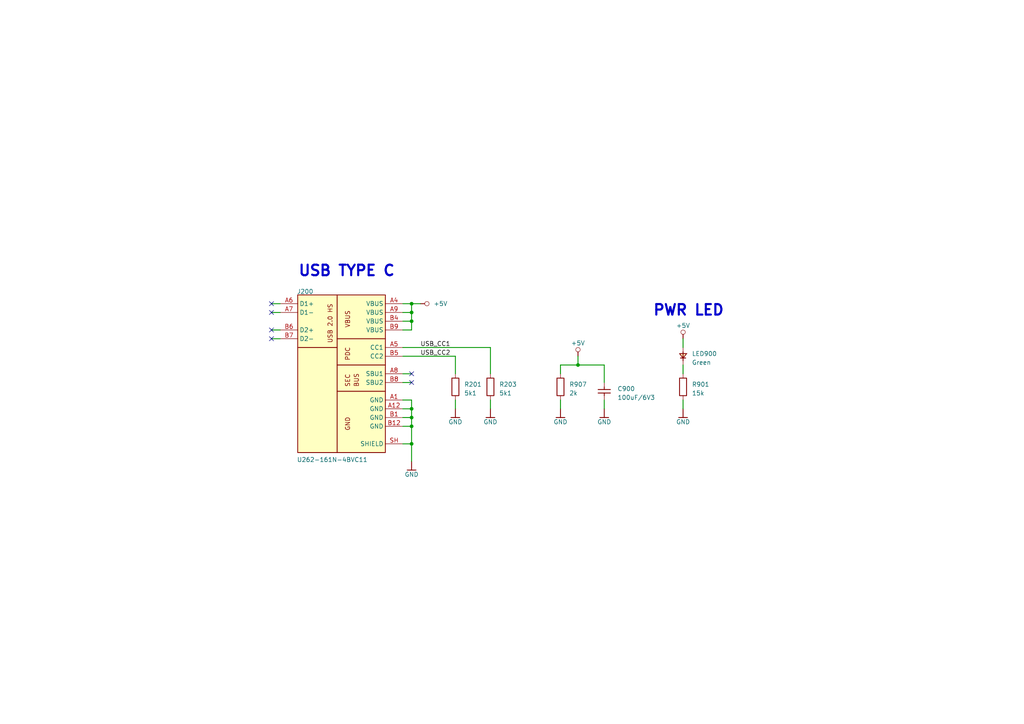
<source format=kicad_sch>
(kicad_sch (version 20211123) (generator eeschema)

  (uuid 20a43104-38cb-4a67-8590-5917234169dc)

  (paper "A4")

  (title_block
    (title "+5V power supply")
  )

  (lib_symbols
    (symbol "PineBerry_V1.0-altium-import:+5V" (power) (in_bom yes) (on_board yes)
      (property "Reference" "#PWR" (id 0) (at 0 0 0)
        (effects (font (size 1.27 1.27)))
      )
      (property "Value" "+5V" (id 1) (at 0 3.81 0)
        (effects (font (size 1.27 1.27)))
      )
      (property "Footprint" "" (id 2) (at 0 0 0)
        (effects (font (size 1.27 1.27)) hide)
      )
      (property "Datasheet" "" (id 3) (at 0 0 0)
        (effects (font (size 1.27 1.27)) hide)
      )
      (property "ki_keywords" "power-flag" (id 4) (at 0 0 0)
        (effects (font (size 1.27 1.27)) hide)
      )
      (property "ki_description" "Power symbol creates a global label with name '+5V'" (id 5) (at 0 0 0)
        (effects (font (size 1.27 1.27)) hide)
      )
      (symbol "+5V_0_0"
        (circle (center 0 -1.905) (radius 0.635)
          (stroke (width 0.127) (type default) (color 0 0 0 0))
          (fill (type none))
        )
        (polyline
          (pts
            (xy 0 0)
            (xy 0 -1.27)
          )
          (stroke (width 0.254) (type default) (color 0 0 0 0))
          (fill (type none))
        )
        (pin power_in line (at 0 0 0) (length 0) hide
          (name "+5V" (effects (font (size 1.27 1.27))))
          (number "" (effects (font (size 1.27 1.27))))
        )
      )
    )
    (symbol "PineBerry_V1.0-altium-import:0_CON_USB_TYPE_C_16P" (in_bom yes) (on_board yes)
      (property "Reference" "" (id 0) (at 0 0 0)
        (effects (font (size 1.27 1.27)))
      )
      (property "Value" "0_CON_USB_TYPE_C_16P" (id 1) (at 0 0 0)
        (effects (font (size 1.27 1.27)))
      )
      (property "Footprint" "" (id 2) (at 0 0 0)
        (effects (font (size 1.27 1.27)) hide)
      )
      (property "Datasheet" "" (id 3) (at 0 0 0)
        (effects (font (size 1.27 1.27)) hide)
      )
      (property "ki_description" "Connector; USB 3.1 Type C; Receptacle; 24-pin; USB 2.0 Only;" (id 4) (at 0 0 0)
        (effects (font (size 1.27 1.27)) hide)
      )
      (property "ki_fp_filters" "CON_XKB_U262-161N-4BVC11" (id 5) (at 0 0 0)
        (effects (font (size 1.27 1.27)) hide)
      )
      (symbol "0_CON_USB_TYPE_C_16P_1_0"
        (polyline
          (pts
            (xy 0 -15.24)
            (xy 11.43 -15.24)
          )
          (stroke (width 0.254) (type default) (color 0 0 0 0))
          (fill (type none))
        )
        (polyline
          (pts
            (xy 11.43 -45.72)
            (xy 11.43 0)
          )
          (stroke (width 0.254) (type default) (color 0 0 0 0))
          (fill (type none))
        )
        (polyline
          (pts
            (xy 11.43 -27.94)
            (xy 25.4 -27.94)
          )
          (stroke (width 0.254) (type default) (color 0 0 0 0))
          (fill (type none))
        )
        (polyline
          (pts
            (xy 11.43 -20.32)
            (xy 25.4 -20.32)
          )
          (stroke (width 0.254) (type default) (color 0 0 0 0))
          (fill (type none))
        )
        (polyline
          (pts
            (xy 11.43 -12.7)
            (xy 25.4 -12.7)
          )
          (stroke (width 0.254) (type default) (color 0 0 0 0))
          (fill (type none))
        )
        (rectangle (start 25.4 0) (end 0 -45.72)
          (stroke (width 0.254) (type default) (color 0 0 0 0))
          (fill (type background))
        )
        (text "BUS" (at 17.78 -26.67 900)
          (effects (font (size 1.27 1.27)) (justify left bottom))
        )
        (text "GND" (at 15.24 -39.37 900)
          (effects (font (size 1.27 1.27)) (justify left bottom))
        )
        (text "PDC" (at 15.24 -19.05 900)
          (effects (font (size 1.27 1.27)) (justify left bottom))
        )
        (text "SEC" (at 15.24 -26.67 900)
          (effects (font (size 1.27 1.27)) (justify left bottom))
        )
        (text "USB 2.0 HS" (at 10.16 -13.97 900)
          (effects (font (size 1.27 1.27)) (justify left bottom))
        )
        (text "VBUS" (at 15.24 -9.525 900)
          (effects (font (size 1.27 1.27)) (justify left bottom))
        )
        (pin passive line (at 30.48 -30.48 180) (length 5.08)
          (name "GND" (effects (font (size 1.27 1.27))))
          (number "A1" (effects (font (size 1.27 1.27))))
        )
        (pin passive line (at 30.48 -33.02 180) (length 5.08)
          (name "GND" (effects (font (size 1.27 1.27))))
          (number "A12" (effects (font (size 1.27 1.27))))
        )
        (pin passive line (at 30.48 -2.54 180) (length 5.08)
          (name "VBUS" (effects (font (size 1.27 1.27))))
          (number "A4" (effects (font (size 1.27 1.27))))
        )
        (pin passive line (at 30.48 -15.24 180) (length 5.08)
          (name "CC1" (effects (font (size 1.27 1.27))))
          (number "A5" (effects (font (size 1.27 1.27))))
        )
        (pin passive line (at -5.08 -2.54 0) (length 5.08)
          (name "D1+" (effects (font (size 1.27 1.27))))
          (number "A6" (effects (font (size 1.27 1.27))))
        )
        (pin passive line (at -5.08 -5.08 0) (length 5.08)
          (name "D1-" (effects (font (size 1.27 1.27))))
          (number "A7" (effects (font (size 1.27 1.27))))
        )
        (pin passive line (at 30.48 -22.86 180) (length 5.08)
          (name "SBU1" (effects (font (size 1.27 1.27))))
          (number "A8" (effects (font (size 1.27 1.27))))
        )
        (pin passive line (at 30.48 -5.08 180) (length 5.08)
          (name "VBUS" (effects (font (size 1.27 1.27))))
          (number "A9" (effects (font (size 1.27 1.27))))
        )
        (pin passive line (at 30.48 -35.56 180) (length 5.08)
          (name "GND" (effects (font (size 1.27 1.27))))
          (number "B1" (effects (font (size 1.27 1.27))))
        )
        (pin passive line (at 30.48 -38.1 180) (length 5.08)
          (name "GND" (effects (font (size 1.27 1.27))))
          (number "B12" (effects (font (size 1.27 1.27))))
        )
        (pin passive line (at 30.48 -7.62 180) (length 5.08)
          (name "VBUS" (effects (font (size 1.27 1.27))))
          (number "B4" (effects (font (size 1.27 1.27))))
        )
        (pin passive line (at 30.48 -17.78 180) (length 5.08)
          (name "CC2" (effects (font (size 1.27 1.27))))
          (number "B5" (effects (font (size 1.27 1.27))))
        )
        (pin passive line (at -5.08 -10.16 0) (length 5.08)
          (name "D2+" (effects (font (size 1.27 1.27))))
          (number "B6" (effects (font (size 1.27 1.27))))
        )
        (pin passive line (at -5.08 -12.7 0) (length 5.08)
          (name "D2-" (effects (font (size 1.27 1.27))))
          (number "B7" (effects (font (size 1.27 1.27))))
        )
        (pin passive line (at 30.48 -25.4 180) (length 5.08)
          (name "SBU2" (effects (font (size 1.27 1.27))))
          (number "B8" (effects (font (size 1.27 1.27))))
        )
        (pin passive line (at 30.48 -10.16 180) (length 5.08)
          (name "VBUS" (effects (font (size 1.27 1.27))))
          (number "B9" (effects (font (size 1.27 1.27))))
        )
        (pin passive line (at 30.48 -43.18 180) (length 5.08)
          (name "SHIELD" (effects (font (size 1.27 1.27))))
          (number "SH" (effects (font (size 1.27 1.27))))
        )
      )
    )
    (symbol "PineBerry_V1.0-altium-import:1_CAP" (in_bom yes) (on_board yes)
      (property "Reference" "" (id 0) (at 0 0 0)
        (effects (font (size 1.27 1.27)))
      )
      (property "Value" "1_CAP" (id 1) (at 0 0 0)
        (effects (font (size 1.27 1.27)))
      )
      (property "Footprint" "" (id 2) (at 0 0 0)
        (effects (font (size 1.27 1.27)) hide)
      )
      (property "Datasheet" "" (id 3) (at 0 0 0)
        (effects (font (size 1.27 1.27)) hide)
      )
      (property "ki_description" "Capacitor; MLCC; GENERIC; TBD; TBD; TBD; TBD; SMD; 1206 (3216);" (id 4) (at 0 0 0)
        (effects (font (size 1.27 1.27)) hide)
      )
      (property "ki_fp_filters" "CAP_1206_R" (id 5) (at 0 0 0)
        (effects (font (size 1.27 1.27)) hide)
      )
      (symbol "1_CAP_1_0"
        (polyline
          (pts
            (xy 0 1.27)
            (xy 0 2.032)
          )
          (stroke (width 0.254) (type default) (color 0 0 0 0))
          (fill (type none))
        )
        (polyline
          (pts
            (xy 0 3.048)
            (xy 0 3.81)
          )
          (stroke (width 0.254) (type default) (color 0 0 0 0))
          (fill (type none))
        )
        (polyline
          (pts
            (xy 1.778 2.032)
            (xy -1.778 2.032)
          )
          (stroke (width 0.254) (type default) (color 0 0 0 0))
          (fill (type none))
        )
        (polyline
          (pts
            (xy 1.778 3.048)
            (xy -1.778 3.048)
          )
          (stroke (width 0.254) (type default) (color 0 0 0 0))
          (fill (type none))
        )
        (pin passive line (at 0 0 90) (length 1.27)
          (name "" (effects (font (size 0 0))))
          (number "1" (effects (font (size 0 0))))
        )
        (pin passive line (at 0 5.08 270) (length 1.27)
          (name "" (effects (font (size 0 0))))
          (number "2" (effects (font (size 0 0))))
        )
      )
    )
    (symbol "PineBerry_V1.0-altium-import:1_DIO_LED_GRN" (in_bom yes) (on_board yes)
      (property "Reference" "" (id 0) (at 0 0 0)
        (effects (font (size 1.27 1.27)))
      )
      (property "Value" "1_DIO_LED_GRN" (id 1) (at 0 0 0)
        (effects (font (size 1.27 1.27)))
      )
      (property "Footprint" "" (id 2) (at 0 0 0)
        (effects (font (size 1.27 1.27)) hide)
      )
      (property "Datasheet" "" (id 3) (at 0 0 0)
        (effects (font (size 1.27 1.27)) hide)
      )
      (property "ki_description" "Diode; LED; Green;" (id 4) (at 0 0 0)
        (effects (font (size 1.27 1.27)) hide)
      )
      (property "ki_fp_filters" "LED_0805_GRN_R" (id 5) (at 0 0 0)
        (effects (font (size 1.27 1.27)) hide)
      )
      (symbol "1_DIO_LED_GRN_1_0"
        (polyline
          (pts
            (xy 0 3.81)
            (xy 0 1.27)
          )
          (stroke (width 0.254) (type default) (color 0 0 0 0))
          (fill (type none))
        )
        (polyline
          (pts
            (xy 0.762 2.032)
            (xy -0.762 2.032)
          )
          (stroke (width 0.254) (type default) (color 0 0 0 0))
          (fill (type none))
        )
        (polyline
          (pts
            (xy 1.016 3.302)
            (xy -1.016 3.302)
            (xy 0 2.032)
            (xy 1.016 3.302)
          )
          (stroke (width 0.254) (type default) (color 0 0 0 0))
          (fill (type background))
        )
        (pin passive line (at 0 0 90) (length 1.27)
          (name "1" (effects (font (size 0 0))))
          (number "1" (effects (font (size 0 0))))
        )
        (pin passive line (at 0 5.08 270) (length 1.27)
          (name "2" (effects (font (size 0 0))))
          (number "2" (effects (font (size 0 0))))
        )
      )
    )
    (symbol "PineBerry_V1.0-altium-import:1_RES" (in_bom yes) (on_board yes)
      (property "Reference" "" (id 0) (at 0 0 0)
        (effects (font (size 1.27 1.27)))
      )
      (property "Value" "1_RES" (id 1) (at 0 0 0)
        (effects (font (size 1.27 1.27)))
      )
      (property "Footprint" "" (id 2) (at 0 0 0)
        (effects (font (size 1.27 1.27)) hide)
      )
      (property "Datasheet" "" (id 3) (at 0 0 0)
        (effects (font (size 1.27 1.27)) hide)
      )
      (property "ki_description" "Resistor; Thick Film; 2k2; 1%; 100mW; 100PPM; 75V; Standard; SMD; 0603 (1608);" (id 4) (at 0 0 0)
        (effects (font (size 1.27 1.27)) hide)
      )
      (property "ki_fp_filters" "RES_0603_R" (id 5) (at 0 0 0)
        (effects (font (size 1.27 1.27)) hide)
      )
      (symbol "1_RES_1_0"
        (rectangle (start 1.016 6.35) (end -1.016 1.27)
          (stroke (width 0.254) (type default) (color 0 0 0 0))
          (fill (type none))
        )
        (pin passive line (at 0 0 90) (length 1.27)
          (name "1" (effects (font (size 0 0))))
          (number "1" (effects (font (size 0 0))))
        )
        (pin passive line (at 0 7.62 270) (length 1.27)
          (name "2" (effects (font (size 0 0))))
          (number "2" (effects (font (size 0 0))))
        )
      )
    )
    (symbol "PineBerry_V1.0-altium-import:3_RES" (in_bom yes) (on_board yes)
      (property "Reference" "" (id 0) (at 0 0 0)
        (effects (font (size 1.27 1.27)))
      )
      (property "Value" "3_RES" (id 1) (at 0 0 0)
        (effects (font (size 1.27 1.27)))
      )
      (property "Footprint" "" (id 2) (at 0 0 0)
        (effects (font (size 1.27 1.27)) hide)
      )
      (property "Datasheet" "" (id 3) (at 0 0 0)
        (effects (font (size 1.27 1.27)) hide)
      )
      (property "ki_description" "Resistor; Thick Film; 5k1; 1%; 100mW; 100PPM; 75V; Standard; SMD; 0603 (1608);" (id 4) (at 0 0 0)
        (effects (font (size 1.27 1.27)) hide)
      )
      (property "ki_fp_filters" "RES_0603_R" (id 5) (at 0 0 0)
        (effects (font (size 1.27 1.27)) hide)
      )
      (symbol "3_RES_1_0"
        (rectangle (start 1.016 -1.27) (end -1.016 -6.35)
          (stroke (width 0.254) (type default) (color 0 0 0 0))
          (fill (type none))
        )
        (pin passive line (at 0 0 270) (length 1.27)
          (name "1" (effects (font (size 0 0))))
          (number "1" (effects (font (size 0 0))))
        )
        (pin passive line (at 0 -7.62 90) (length 1.27)
          (name "2" (effects (font (size 0 0))))
          (number "2" (effects (font (size 0 0))))
        )
      )
    )
    (symbol "PineBerry_V1.0-altium-import:GND" (power) (in_bom yes) (on_board yes)
      (property "Reference" "#PWR" (id 0) (at 0 0 0)
        (effects (font (size 1.27 1.27)))
      )
      (property "Value" "GND" (id 1) (at 0 3.81 0)
        (effects (font (size 1.27 1.27)))
      )
      (property "Footprint" "" (id 2) (at 0 0 0)
        (effects (font (size 1.27 1.27)) hide)
      )
      (property "Datasheet" "" (id 3) (at 0 0 0)
        (effects (font (size 1.27 1.27)) hide)
      )
      (property "ki_keywords" "power-flag" (id 4) (at 0 0 0)
        (effects (font (size 1.27 1.27)) hide)
      )
      (property "ki_description" "Power symbol creates a global label with name 'GND'" (id 5) (at 0 0 0)
        (effects (font (size 1.27 1.27)) hide)
      )
      (symbol "GND_0_0"
        (polyline
          (pts
            (xy -1.27 -2.54)
            (xy 1.27 -2.54)
          )
          (stroke (width 0.254) (type default) (color 0 0 0 0))
          (fill (type none))
        )
        (polyline
          (pts
            (xy 0 0)
            (xy 0 -2.54)
          )
          (stroke (width 0.254) (type default) (color 0 0 0 0))
          (fill (type none))
        )
        (pin power_in line (at 0 0 0) (length 0) hide
          (name "GND" (effects (font (size 1.27 1.27))))
          (number "" (effects (font (size 1.27 1.27))))
        )
      )
    )
  )

  (junction (at 167.64 105.8672) (diameter 0) (color 0 0 0 0)
    (uuid 35bc867a-9c04-4f91-a36d-12dfdd2da01e)
  )
  (junction (at 119.38 128.7272) (diameter 0) (color 0 0 0 0)
    (uuid 38bef892-3741-43c0-a6af-4a33f7f712a2)
  )
  (junction (at 119.38 88.0872) (diameter 0) (color 0 0 0 0)
    (uuid 595b9142-c99b-431d-80f8-51bc3ccf4062)
  )
  (junction (at 119.38 118.5672) (diameter 0) (color 0 0 0 0)
    (uuid a323acdd-4972-4d4f-943b-bc6a88029a1e)
  )
  (junction (at 119.38 93.1672) (diameter 0) (color 0 0 0 0)
    (uuid ad5d15be-ae28-4e5f-924a-e7113f09b336)
  )
  (junction (at 119.38 121.1072) (diameter 0) (color 0 0 0 0)
    (uuid b97186d5-6279-44a4-aecc-e1c14fe16aef)
  )
  (junction (at 119.38 123.6472) (diameter 0) (color 0 0 0 0)
    (uuid ccbccc68-d102-4809-a3c8-c848af50e594)
  )
  (junction (at 119.38 90.6272) (diameter 0) (color 0 0 0 0)
    (uuid d33c5df5-b20b-4d7e-94bb-ebafd74441c3)
  )

  (no_connect (at 119.38 110.9472) (uuid 377684ca-b28e-4313-be43-a5b4d0d5b24e))
  (no_connect (at 78.74 98.2472) (uuid 3e9fa01f-48e9-4c58-997e-0bab5b5694a8))
  (no_connect (at 119.38 108.4072) (uuid 8476e5bc-bf12-41f5-9358-6f231878f6db))
  (no_connect (at 78.74 90.6272) (uuid d178c3af-8898-4af4-a6d3-7a15fb4da7ca))
  (no_connect (at 78.74 88.0872) (uuid e0c3cfb6-c1df-42ef-b490-624c6637e557))
  (no_connect (at 78.74 95.7072) (uuid e59d4447-9c6c-4094-a5a3-603fca57ff44))

  (wire (pts (xy 81.28 90.6272) (xy 78.74 90.6272))
    (stroke (width 0.254) (type default) (color 0 0 0 0))
    (uuid 026eb23b-a059-48fb-a705-445100e5df17)
  )
  (wire (pts (xy 175.26 110.9472) (xy 175.26 105.8672))
    (stroke (width 0.254) (type default) (color 0 0 0 0))
    (uuid 03b6e9ea-9341-46af-90c4-589edd9a5f09)
  )
  (wire (pts (xy 198.12 100.7872) (xy 198.12 98.2472))
    (stroke (width 0.254) (type default) (color 0 0 0 0))
    (uuid 0530af74-8d1f-4140-b5a9-fbe4d930f2d6)
  )
  (wire (pts (xy 119.38 123.6472) (xy 119.38 128.7272))
    (stroke (width 0.254) (type default) (color 0 0 0 0))
    (uuid 06860a96-9024-4961-be5b-75ca7af1d996)
  )
  (wire (pts (xy 116.84 103.3272) (xy 132.08 103.3272))
    (stroke (width 0.254) (type default) (color 0 0 0 0))
    (uuid 0c7c12ca-6132-4301-a870-d65994808e03)
  )
  (wire (pts (xy 162.56 105.8672) (xy 167.64 105.8672))
    (stroke (width 0.254) (type default) (color 0 0 0 0))
    (uuid 17fe3b89-79e8-4a30-906a-b7ddedec1f39)
  )
  (wire (pts (xy 132.08 118.5672) (xy 132.08 116.0272))
    (stroke (width 0.254) (type default) (color 0 0 0 0))
    (uuid 1f704f17-bb46-4ea0-8728-305025749850)
  )
  (wire (pts (xy 162.56 108.4072) (xy 162.56 105.8672))
    (stroke (width 0.254) (type default) (color 0 0 0 0))
    (uuid 2dd501cf-8eda-49fe-a57f-33525d6fa48c)
  )
  (wire (pts (xy 81.28 88.0872) (xy 78.74 88.0872))
    (stroke (width 0.254) (type default) (color 0 0 0 0))
    (uuid 325a3248-47e8-40c8-90f1-244066c65a9e)
  )
  (wire (pts (xy 116.84 123.6472) (xy 119.38 123.6472))
    (stroke (width 0.254) (type default) (color 0 0 0 0))
    (uuid 3afe9e8a-a6f8-41da-98b3-705e23be9e97)
  )
  (wire (pts (xy 121.92 88.0872) (xy 119.38 88.0872))
    (stroke (width 0.254) (type default) (color 0 0 0 0))
    (uuid 43e0cf57-aac5-427c-996d-14e52f36da40)
  )
  (wire (pts (xy 116.84 128.7272) (xy 119.38 128.7272))
    (stroke (width 0.254) (type default) (color 0 0 0 0))
    (uuid 49772ec2-b234-4a8d-ac9a-dfc43e3dd4d3)
  )
  (wire (pts (xy 175.26 116.0272) (xy 175.26 118.5672))
    (stroke (width 0.254) (type default) (color 0 0 0 0))
    (uuid 51109312-7d0a-421f-b3e2-aba2dc60cdef)
  )
  (wire (pts (xy 119.38 116.0272) (xy 119.38 118.5672))
    (stroke (width 0.254) (type default) (color 0 0 0 0))
    (uuid 56a51644-b55f-492b-aa38-d2c3e210984a)
  )
  (wire (pts (xy 119.38 118.5672) (xy 119.38 121.1072))
    (stroke (width 0.254) (type default) (color 0 0 0 0))
    (uuid 5be29995-ce72-4907-83d6-de89bfe201b7)
  )
  (wire (pts (xy 142.24 100.7872) (xy 142.24 108.4072))
    (stroke (width 0.254) (type default) (color 0 0 0 0))
    (uuid 5d78904d-6d60-4d3d-ae57-28c5f7a80ab6)
  )
  (wire (pts (xy 116.84 93.1672) (xy 119.38 93.1672))
    (stroke (width 0.254) (type default) (color 0 0 0 0))
    (uuid 621a4ecc-ab75-4d67-8f43-b240467c7c59)
  )
  (wire (pts (xy 175.26 105.8672) (xy 167.64 105.8672))
    (stroke (width 0.254) (type default) (color 0 0 0 0))
    (uuid 73ab14e9-397f-49ba-a215-d4e47b9667d7)
  )
  (wire (pts (xy 116.84 110.9472) (xy 119.38 110.9472))
    (stroke (width 0.254) (type default) (color 0 0 0 0))
    (uuid 75aaa758-c71e-4301-9dfe-aaf75724b73a)
  )
  (wire (pts (xy 167.64 105.8672) (xy 167.64 103.3272))
    (stroke (width 0.254) (type default) (color 0 0 0 0))
    (uuid 8e63c288-73a9-425f-b92a-2acba82b2a8c)
  )
  (wire (pts (xy 162.56 116.0272) (xy 162.56 118.5672))
    (stroke (width 0.254) (type default) (color 0 0 0 0))
    (uuid 9124d28b-b335-4013-a30f-8fe9c53e5b12)
  )
  (wire (pts (xy 198.12 108.4072) (xy 198.12 105.8672))
    (stroke (width 0.254) (type default) (color 0 0 0 0))
    (uuid 96374473-4362-411d-b4dc-bccaa7bf9f33)
  )
  (wire (pts (xy 116.84 121.1072) (xy 119.38 121.1072))
    (stroke (width 0.254) (type default) (color 0 0 0 0))
    (uuid 97353067-49c7-424b-b0c3-9e3cd462b0d3)
  )
  (wire (pts (xy 116.84 100.7872) (xy 142.24 100.7872))
    (stroke (width 0.254) (type default) (color 0 0 0 0))
    (uuid ab31a2ed-32be-4673-85c4-0890d6200220)
  )
  (wire (pts (xy 119.38 93.1672) (xy 119.38 90.6272))
    (stroke (width 0.254) (type default) (color 0 0 0 0))
    (uuid b80b6596-4fbd-40ff-ac5c-6709b32c0242)
  )
  (wire (pts (xy 116.84 116.0272) (xy 119.38 116.0272))
    (stroke (width 0.254) (type default) (color 0 0 0 0))
    (uuid b9c3387d-aead-45c5-a28c-bc48d72a0777)
  )
  (wire (pts (xy 81.28 95.7072) (xy 78.74 95.7072))
    (stroke (width 0.254) (type default) (color 0 0 0 0))
    (uuid bfffbad2-4c7e-4467-a541-750984bf2cf4)
  )
  (wire (pts (xy 119.38 121.1072) (xy 119.38 123.6472))
    (stroke (width 0.254) (type default) (color 0 0 0 0))
    (uuid c2dc9cfd-c5ea-4d25-bc89-e7c48837663d)
  )
  (wire (pts (xy 119.38 95.7072) (xy 119.38 93.1672))
    (stroke (width 0.254) (type default) (color 0 0 0 0))
    (uuid c6572db3-53c6-44c0-87ba-0d5a5981aa0d)
  )
  (wire (pts (xy 132.08 103.3272) (xy 132.08 108.4072))
    (stroke (width 0.254) (type default) (color 0 0 0 0))
    (uuid ccb75d38-f2cc-49f6-b121-a5d2c20c1ac8)
  )
  (wire (pts (xy 116.84 95.7072) (xy 119.38 95.7072))
    (stroke (width 0.254) (type default) (color 0 0 0 0))
    (uuid d74f7fae-7a50-40eb-bb78-aad3d94a03cc)
  )
  (wire (pts (xy 81.28 98.2472) (xy 78.74 98.2472))
    (stroke (width 0.254) (type default) (color 0 0 0 0))
    (uuid d7be9a91-16f0-4839-a91f-250dcabde07e)
  )
  (wire (pts (xy 142.24 118.5672) (xy 142.24 116.0272))
    (stroke (width 0.254) (type default) (color 0 0 0 0))
    (uuid da583fd8-297c-45d1-a802-ffe1e43db9b6)
  )
  (wire (pts (xy 198.12 116.0272) (xy 198.12 118.5672))
    (stroke (width 0.254) (type default) (color 0 0 0 0))
    (uuid dcb51297-96c0-4764-912c-f4aa272cbcca)
  )
  (wire (pts (xy 119.38 88.0872) (xy 119.38 90.6272))
    (stroke (width 0.254) (type default) (color 0 0 0 0))
    (uuid df0456f5-9234-4080-ae65-72a31d473a34)
  )
  (wire (pts (xy 116.84 118.5672) (xy 119.38 118.5672))
    (stroke (width 0.254) (type default) (color 0 0 0 0))
    (uuid e6ce6c79-9170-4ea2-b9bd-87d942d1f8ee)
  )
  (wire (pts (xy 119.38 88.0872) (xy 116.84 88.0872))
    (stroke (width 0.254) (type default) (color 0 0 0 0))
    (uuid efa11081-d903-4889-9ae0-ed8f6dc4ba7b)
  )
  (wire (pts (xy 119.38 90.6272) (xy 116.84 90.6272))
    (stroke (width 0.254) (type default) (color 0 0 0 0))
    (uuid f9a94835-b1c5-4742-837e-47556f9855a6)
  )
  (wire (pts (xy 119.38 128.7272) (xy 119.38 133.8072))
    (stroke (width 0.254) (type default) (color 0 0 0 0))
    (uuid fb56868c-b19c-4212-a841-9013b46ee67d)
  )
  (wire (pts (xy 116.84 108.4072) (xy 119.38 108.4072))
    (stroke (width 0.254) (type default) (color 0 0 0 0))
    (uuid ff2c165b-fcf1-4e49-a130-75315ee7c31f)
  )

  (text "PWR LED" (at 189.23 91.8972 180)
    (effects (font (size 3.048 3.048) bold) (justify left bottom))
    (uuid 1754779f-f1ea-4e4f-9a64-93d7ee7943e3)
  )
  (text "USB TYPE C" (at 86.36 80.4672 180)
    (effects (font (size 3.048 3.048) bold) (justify left bottom))
    (uuid 32126f38-74e0-48e9-8055-092c94173587)
  )

  (label "USB_CC2" (at 121.92 103.3272 0)
    (effects (font (size 1.27 1.27)) (justify left bottom))
    (uuid 52cf6701-e0f8-4481-827c-0fbd4e9bec67)
  )
  (label "USB_CC1" (at 121.92 100.7872 0)
    (effects (font (size 1.27 1.27)) (justify left bottom))
    (uuid da2ed981-b137-4b7d-9461-d29cd9991155)
  )

  (symbol (lib_id "PineBerry_V1.0-altium-import:GND") (at 142.24 118.5672 0) (unit 1)
    (in_bom yes) (on_board yes)
    (uuid 077c7713-5f8a-46ad-9e1e-0a158b076dfa)
    (property "Reference" "#PWR0128" (id 0) (at 142.24 118.5672 0)
      (effects (font (size 1.27 1.27)) hide)
    )
    (property "Value" "~" (id 1) (at 142.24 122.3772 0))
    (property "Footprint" "" (id 2) (at 142.24 118.5672 0)
      (effects (font (size 1.27 1.27)) hide)
    )
    (property "Datasheet" "" (id 3) (at 142.24 118.5672 0)
      (effects (font (size 1.27 1.27)) hide)
    )
    (pin "" (uuid 591e969d-7122-41e3-8c35-363e2a9714ca))
  )

  (symbol (lib_id "PineBerry_V1.0-altium-import:GND") (at 119.38 133.8072 0) (unit 1)
    (in_bom yes) (on_board yes)
    (uuid 11f13304-bd4b-4b91-bb72-2e84ab0b85a5)
    (property "Reference" "#PWR0131" (id 0) (at 119.38 133.8072 0)
      (effects (font (size 1.27 1.27)) hide)
    )
    (property "Value" "~" (id 1) (at 119.38 137.6172 0))
    (property "Footprint" "" (id 2) (at 119.38 133.8072 0)
      (effects (font (size 1.27 1.27)) hide)
    )
    (property "Datasheet" "" (id 3) (at 119.38 133.8072 0)
      (effects (font (size 1.27 1.27)) hide)
    )
    (pin "" (uuid b25edb9d-bb03-4e75-a40b-623ddd163e24))
  )

  (symbol (lib_id "PineBerry_V1.0-altium-import:+5V") (at 167.64 103.3272 180) (unit 1)
    (in_bom yes) (on_board yes)
    (uuid 305cc760-953e-4bfd-8d01-10e63de704eb)
    (property "Reference" "#PWR0125" (id 0) (at 167.64 103.3272 0)
      (effects (font (size 1.27 1.27)) hide)
    )
    (property "Value" "+5V" (id 1) (at 167.64 99.5172 0))
    (property "Footprint" "" (id 2) (at 167.64 103.3272 0)
      (effects (font (size 1.27 1.27)) hide)
    )
    (property "Datasheet" "" (id 3) (at 167.64 103.3272 0)
      (effects (font (size 1.27 1.27)) hide)
    )
    (pin "" (uuid c4c70c0e-f519-4592-adc2-f00b1054ec15))
  )

  (symbol (lib_id "PineBerry_V1.0-altium-import:1_DIO_LED_GRN") (at 198.12 105.8672 0) (unit 1)
    (in_bom yes) (on_board yes)
    (uuid 3493c959-87a4-4c52-b026-4808a6774531)
    (property "Reference" "LED900" (id 0) (at 200.66 103.3272 0)
      (effects (font (size 1.27 1.27)) (justify left bottom))
    )
    (property "Value" "" (id 1) (at 200.66 105.8672 0)
      (effects (font (size 1.27 1.27)) (justify left bottom))
    )
    (property "Footprint" "" (id 2) (at 198.12 105.8672 0)
      (effects (font (size 1.27 1.27)) hide)
    )
    (property "Datasheet" "" (id 3) (at 198.12 105.8672 0)
      (effects (font (size 1.27 1.27)) hide)
    )
    (property "ALTIUM_VALUE" "Green" (id 4) (at 196.85 100.2792 0)
      (effects (font (size 1.27 1.27)) (justify left bottom) hide)
    )
    (property "MANUFACTURER" "Foshan NationStar Optoelectronics" (id 5) (at 196.85 100.2792 0)
      (effects (font (size 1.27 1.27)) (justify left bottom) hide)
    )
    (property "MPN" "NCD0805G1" (id 6) (at 200.66 105.41 0)
      (effects (font (size 1.27 1.27)) (justify left bottom) hide)
    )
    (property "COMPONENT SUBTYPE" "LED Diode" (id 7) (at 196.85 100.2792 0)
      (effects (font (size 1.27 1.27)) (justify left bottom) hide)
    )
    (property "COMPONENT TYPE" "LED" (id 8) (at 196.85 100.2792 0)
      (effects (font (size 1.27 1.27)) (justify left bottom) hide)
    )
    (property "MOUNTING TYPE" "SMD" (id 9) (at 196.85 100.2792 0)
      (effects (font (size 1.27 1.27)) (justify left bottom) hide)
    )
    (property "PACKAGE (CASE)" "0805 (2012)" (id 10) (at 196.85 100.2792 0)
      (effects (font (size 1.27 1.27)) (justify left bottom) hide)
    )
    (property "SUPPLIER" "LCSC" (id 11) (at 196.85 100.2792 0)
      (effects (font (size 1.27 1.27)) (justify left bottom) hide)
    )
    (pin "1" (uuid f33443d6-9ce0-4906-9dc6-ee5820aacaec))
    (pin "2" (uuid bca23259-1e07-44fa-b682-a10aa954435a))
  )

  (symbol (lib_id "PineBerry_V1.0-altium-import:1_CAP") (at 175.26 116.0272 0) (unit 1)
    (in_bom yes) (on_board yes)
    (uuid 407396c7-a5e2-4ecf-b616-5f9c7dafa52b)
    (property "Reference" "C900" (id 0) (at 179.07 113.4872 0)
      (effects (font (size 1.27 1.27)) (justify left bottom))
    )
    (property "Value" "" (id 1) (at 179.07 116.0272 0)
      (effects (font (size 1.27 1.27)) (justify left bottom))
    )
    (property "Footprint" "" (id 2) (at 175.26 116.0272 0)
      (effects (font (size 1.27 1.27)) hide)
    )
    (property "Datasheet" "" (id 3) (at 175.26 116.0272 0)
      (effects (font (size 1.27 1.27)) hide)
    )
    (property "COMPONENT TYPE" "Capacitor" (id 4) (at 173.228 110.4392 0)
      (effects (font (size 1.27 1.27)) (justify left bottom) hide)
    )
    (property "COMPONENT SUBTYPE" "MLCC" (id 5) (at 173.228 110.4392 0)
      (effects (font (size 1.27 1.27)) (justify left bottom) hide)
    )
    (property "ALTIUM_VALUE" "100uF/6V3" (id 6) (at 179.07 115.57 0)
      (effects (font (size 1.27 1.27)) (justify left bottom) hide)
    )
    (property "MANUFACTURER" "GENERIC" (id 7) (at 173.228 110.4392 0)
      (effects (font (size 1.27 1.27)) (justify left bottom) hide)
    )
    (property "MPN" "GENERIC" (id 8) (at 173.228 110.4392 0)
      (effects (font (size 1.27 1.27)) (justify left bottom) hide)
    )
    (property "MOUNTING TYPE" "SMD" (id 9) (at 173.228 110.4392 0)
      (effects (font (size 1.27 1.27)) (justify left bottom) hide)
    )
    (property "PACKAGE (CASE)" "1206 (3216)" (id 10) (at 173.228 110.4392 0)
      (effects (font (size 1.27 1.27)) (justify left bottom) hide)
    )
    (property "SUPPLIER" "?" (id 11) (at 170.18 109.6585 0)
      (effects (font (size 1.27 1.27)) (justify left bottom) hide)
    )
    (pin "1" (uuid cb7a5af0-8d51-414d-8e4c-5f9db1141b2f))
    (pin "2" (uuid 7a194d1a-1282-4094-9dcc-620cb8f217b0))
  )

  (symbol (lib_id "PineBerry_V1.0-altium-import:GND") (at 175.26 118.5672 0) (unit 1)
    (in_bom yes) (on_board yes)
    (uuid 415e1f95-00fc-414f-b0b4-01c34224fbe9)
    (property "Reference" "#PWR0129" (id 0) (at 175.26 118.5672 0)
      (effects (font (size 1.27 1.27)) hide)
    )
    (property "Value" "~" (id 1) (at 175.26 122.3772 0))
    (property "Footprint" "" (id 2) (at 175.26 118.5672 0)
      (effects (font (size 1.27 1.27)) hide)
    )
    (property "Datasheet" "" (id 3) (at 175.26 118.5672 0)
      (effects (font (size 1.27 1.27)) hide)
    )
    (pin "" (uuid 9c4e822b-59e6-4808-bedf-05acf18c6f94))
  )

  (symbol (lib_id "PineBerry_V1.0-altium-import:GND") (at 132.08 118.5672 0) (unit 1)
    (in_bom yes) (on_board yes)
    (uuid 4eb78fcf-7f56-40a7-8796-9190989829e2)
    (property "Reference" "#PWR0127" (id 0) (at 132.08 118.5672 0)
      (effects (font (size 1.27 1.27)) hide)
    )
    (property "Value" "~" (id 1) (at 132.08 122.3772 0))
    (property "Footprint" "" (id 2) (at 132.08 118.5672 0)
      (effects (font (size 1.27 1.27)) hide)
    )
    (property "Datasheet" "" (id 3) (at 132.08 118.5672 0)
      (effects (font (size 1.27 1.27)) hide)
    )
    (pin "" (uuid b7e9f297-3fb5-418f-84af-374d9e1234d2))
  )

  (symbol (lib_id "PineBerry_V1.0-altium-import:3_RES") (at 198.12 108.4072 0) (unit 1)
    (in_bom yes) (on_board yes)
    (uuid 5778953d-c3f1-4eab-88e0-47485d04ab27)
    (property "Reference" "R901" (id 0) (at 200.66 112.2172 0)
      (effects (font (size 1.27 1.27)) (justify left bottom))
    )
    (property "Value" "" (id 1) (at 200.66 114.7572 0)
      (effects (font (size 1.27 1.27)) (justify left bottom))
    )
    (property "Footprint" "" (id 2) (at 198.12 108.4072 0)
      (effects (font (size 1.27 1.27)) hide)
    )
    (property "Datasheet" "" (id 3) (at 198.12 108.4072 0)
      (effects (font (size 1.27 1.27)) hide)
    )
    (property "COMPONENT TYPE" "Resistor" (id 4) (at 197.104 107.8992 0)
      (effects (font (size 1.27 1.27)) (justify left bottom) hide)
    )
    (property "COMPONENT SUBTYPE" "Thick Film" (id 5) (at 197.104 107.8992 0)
      (effects (font (size 1.27 1.27)) (justify left bottom) hide)
    )
    (property "ALTIUM_VALUE" "15k" (id 6) (at 200.66 114.3 0)
      (effects (font (size 1.27 1.27)) (justify left bottom) hide)
    )
    (property "MANUFACTURER" "Yageo Corporation" (id 7) (at 197.104 107.8992 0)
      (effects (font (size 1.27 1.27)) (justify left bottom) hide)
    )
    (property "MPN" "TBD" (id 8) (at 197.104 107.8992 0)
      (effects (font (size 1.27 1.27)) (justify left bottom) hide)
    )
    (property "MOUNTING TYPE" "SMD" (id 9) (at 197.104 107.8992 0)
      (effects (font (size 1.27 1.27)) (justify left bottom) hide)
    )
    (property "PACKAGE (CASE)" "0603 (1608)" (id 10) (at 197.104 107.8992 0)
      (effects (font (size 1.27 1.27)) (justify left bottom) hide)
    )
    (property "SUPPLIER" "?" (id 11) (at 197.104 107.8992 0)
      (effects (font (size 1.27 1.27)) (justify left bottom) hide)
    )
    (pin "1" (uuid eb560573-fc0d-47fa-9a61-bcf0833493fd))
    (pin "2" (uuid 8500fa94-7ae2-45c3-be6b-d12542c9287e))
  )

  (symbol (lib_id "PineBerry_V1.0-altium-import:0_CON_USB_TYPE_C_16P") (at 86.36 85.5472 0) (unit 1)
    (in_bom yes) (on_board yes)
    (uuid 7de887d4-da14-4b22-b372-4b04f388a01c)
    (property "Reference" "J200" (id 0) (at 86.106 85.2932 0)
      (effects (font (size 1.27 1.27)) (justify left bottom))
    )
    (property "Value" "" (id 1) (at 86.106 134.0612 0)
      (effects (font (size 1.27 1.27)) (justify left bottom))
    )
    (property "Footprint" "" (id 2) (at 86.36 85.5472 0)
      (effects (font (size 1.27 1.27)) hide)
    )
    (property "Datasheet" "" (id 3) (at 86.36 85.5472 0)
      (effects (font (size 1.27 1.27)) hide)
    )
    (property "MANUFACTURER" "XKB Connectivity" (id 4) (at 80.772 136.6012 0)
      (effects (font (size 1.27 1.27)) (justify left bottom) hide)
    )
    (property "ALTIUM_VALUE" "U262-161N-4BVC11" (id 5) (at 80.772 136.6012 0)
      (effects (font (size 1.27 1.27)) (justify left bottom) hide)
    )
    (property "MPN" "U262-161N-4BVC11" (id 6) (at 86.36 133.35 0)
      (effects (font (size 1.27 1.27)) (justify left bottom) hide)
    )
    (property "COMPONENT SUBTYPE" "USB-C" (id 7) (at 80.772 82.7532 0)
      (effects (font (size 1.27 1.27)) (justify left bottom) hide)
    )
    (property "COMPONENT TYPE" "Connector" (id 8) (at 80.772 82.7532 0)
      (effects (font (size 1.27 1.27)) (justify left bottom) hide)
    )
    (property "MOUNTING TYPE" "SMD" (id 9) (at 80.772 82.7532 0)
      (effects (font (size 1.27 1.27)) (justify left bottom) hide)
    )
    (property "PACKAGE (CASE)" "SMD" (id 10) (at 80.772 82.7532 0)
      (effects (font (size 1.27 1.27)) (justify left bottom) hide)
    )
    (property "SUPPLIER" "?" (id 11) (at 80.772 82.7532 0)
      (effects (font (size 1.27 1.27)) (justify left bottom) hide)
    )
    (pin "A1" (uuid af7e52d1-be2a-4da2-9768-453b8924e9cd))
    (pin "A12" (uuid 0a8229a4-9df7-43bb-a8d3-ff415d614cd1))
    (pin "A4" (uuid d978c51f-73a6-4c68-a2f0-34685b94acb5))
    (pin "A5" (uuid 754b5411-6980-4296-853f-191c0eb30474))
    (pin "A6" (uuid 14ff9087-b8eb-4ee6-bbfe-2436601097d4))
    (pin "A7" (uuid 11cda506-0128-4093-b8a5-7efe9e45a170))
    (pin "A8" (uuid a3c7a0be-f018-44c9-b3c2-73fbc0d13b4a))
    (pin "A9" (uuid 48c58df3-effd-400c-a749-bb7805bd9b54))
    (pin "B1" (uuid 1422cffc-a6ff-4e64-b009-59da6be804dd))
    (pin "B12" (uuid 38ab1f4f-649b-4964-b8f9-a4f320fd8fd4))
    (pin "B4" (uuid 7514181d-4b93-44cc-9ca7-051e857346c5))
    (pin "B5" (uuid 09932d00-40d2-44f7-a7a8-9b4da70484c9))
    (pin "B6" (uuid 9caa825e-43a9-45d3-8dad-ce1e46623c13))
    (pin "B7" (uuid 49e13fb6-9495-424e-bd9f-1ff5b065001b))
    (pin "B8" (uuid d17a8152-3efa-4cbc-b6d7-fac93119bd8f))
    (pin "B9" (uuid dc7fe6ab-e2e1-48c0-b2af-0f1c6ebb04ac))
    (pin "SH" (uuid 059c55b9-3878-4a5d-8c36-f2e1ac20b66c))
  )

  (symbol (lib_id "PineBerry_V1.0-altium-import:3_RES") (at 132.08 108.4072 0) (unit 1)
    (in_bom yes) (on_board yes)
    (uuid 81e76c84-5e2c-4882-83ea-73a677842c28)
    (property "Reference" "R201" (id 0) (at 134.62 112.2172 0)
      (effects (font (size 1.27 1.27)) (justify left bottom))
    )
    (property "Value" "" (id 1) (at 134.62 114.7572 0)
      (effects (font (size 1.27 1.27)) (justify left bottom))
    )
    (property "Footprint" "" (id 2) (at 132.08 108.4072 0)
      (effects (font (size 1.27 1.27)) hide)
    )
    (property "Datasheet" "" (id 3) (at 132.08 108.4072 0)
      (effects (font (size 1.27 1.27)) hide)
    )
    (property "COMPONENT TYPE" "Resistor" (id 4) (at 131.064 107.8992 0)
      (effects (font (size 1.27 1.27)) (justify left bottom) hide)
    )
    (property "COMPONENT SUBTYPE" "Thick Film" (id 5) (at 131.064 107.8992 0)
      (effects (font (size 1.27 1.27)) (justify left bottom) hide)
    )
    (property "ALTIUM_VALUE" "5k1" (id 6) (at 134.62 114.3 0)
      (effects (font (size 1.27 1.27)) (justify left bottom) hide)
    )
    (property "MANUFACTURER" "Yageo Corporation" (id 7) (at 131.064 107.8992 0)
      (effects (font (size 1.27 1.27)) (justify left bottom) hide)
    )
    (property "MPN" "TBD" (id 8) (at 131.064 107.8992 0)
      (effects (font (size 1.27 1.27)) (justify left bottom) hide)
    )
    (property "MOUNTING TYPE" "SMD" (id 9) (at 131.064 107.8992 0)
      (effects (font (size 1.27 1.27)) (justify left bottom) hide)
    )
    (property "PACKAGE (CASE)" "0603 (1608)" (id 10) (at 131.064 107.8992 0)
      (effects (font (size 1.27 1.27)) (justify left bottom) hide)
    )
    (property "SUPPLIER" "?" (id 11) (at 131.064 107.8992 0)
      (effects (font (size 1.27 1.27)) (justify left bottom) hide)
    )
    (pin "1" (uuid 8db99888-6384-4a2a-acc0-44d300fa62c8))
    (pin "2" (uuid c85ef790-7bde-464c-8cf2-1f387f0eb910))
  )

  (symbol (lib_id "PineBerry_V1.0-altium-import:+5V") (at 198.12 98.2472 180) (unit 1)
    (in_bom yes) (on_board yes)
    (uuid 8d461b4d-62dc-488b-8977-3c95555f9343)
    (property "Reference" "#PWR0124" (id 0) (at 198.12 98.2472 0)
      (effects (font (size 1.27 1.27)) hide)
    )
    (property "Value" "+5V" (id 1) (at 198.12 94.4372 0))
    (property "Footprint" "" (id 2) (at 198.12 98.2472 0)
      (effects (font (size 1.27 1.27)) hide)
    )
    (property "Datasheet" "" (id 3) (at 198.12 98.2472 0)
      (effects (font (size 1.27 1.27)) hide)
    )
    (pin "" (uuid c6c09f1d-8526-474d-84d1-9ef4e9ca3baa))
  )

  (symbol (lib_id "PineBerry_V1.0-altium-import:GND") (at 198.12 118.5672 0) (unit 1)
    (in_bom yes) (on_board yes)
    (uuid 8edcf05f-b0d5-49a3-b916-fcd5f9b197b1)
    (property "Reference" "#PWR0130" (id 0) (at 198.12 118.5672 0)
      (effects (font (size 1.27 1.27)) hide)
    )
    (property "Value" "~" (id 1) (at 198.12 122.3772 0))
    (property "Footprint" "" (id 2) (at 198.12 118.5672 0)
      (effects (font (size 1.27 1.27)) hide)
    )
    (property "Datasheet" "" (id 3) (at 198.12 118.5672 0)
      (effects (font (size 1.27 1.27)) hide)
    )
    (pin "" (uuid 3406438b-af44-4c6b-93b5-d0d24ae94a91))
  )

  (symbol (lib_id "PineBerry_V1.0-altium-import:GND") (at 162.56 118.5672 0) (unit 1)
    (in_bom yes) (on_board yes)
    (uuid 98601396-516b-4f99-b971-aae10874eaa3)
    (property "Reference" "#PWR0126" (id 0) (at 162.56 118.5672 0)
      (effects (font (size 1.27 1.27)) hide)
    )
    (property "Value" "~" (id 1) (at 162.56 122.3772 0))
    (property "Footprint" "" (id 2) (at 162.56 118.5672 0)
      (effects (font (size 1.27 1.27)) hide)
    )
    (property "Datasheet" "" (id 3) (at 162.56 118.5672 0)
      (effects (font (size 1.27 1.27)) hide)
    )
    (pin "" (uuid 8803a7b1-1b04-428d-a9d4-58d4ad211b15))
  )

  (symbol (lib_id "PineBerry_V1.0-altium-import:1_RES") (at 162.56 116.0272 0) (unit 1)
    (in_bom yes) (on_board yes)
    (uuid a873e942-d614-4558-aa34-f59b59912653)
    (property "Reference" "R907" (id 0) (at 165.1 112.2172 0)
      (effects (font (size 1.27 1.27)) (justify left bottom))
    )
    (property "Value" "" (id 1) (at 165.1 114.7572 0)
      (effects (font (size 1.27 1.27)) (justify left bottom))
    )
    (property "Footprint" "" (id 2) (at 162.56 116.0272 0)
      (effects (font (size 1.27 1.27)) hide)
    )
    (property "Datasheet" "" (id 3) (at 162.56 116.0272 0)
      (effects (font (size 1.27 1.27)) hide)
    )
    (property "COMPONENT TYPE" "Resistor" (id 4) (at 161.544 107.8992 0)
      (effects (font (size 1.27 1.27)) (justify left bottom) hide)
    )
    (property "COMPONENT SUBTYPE" "Thick Film" (id 5) (at 161.544 107.8992 0)
      (effects (font (size 1.27 1.27)) (justify left bottom) hide)
    )
    (property "ALTIUM_VALUE" "2k" (id 6) (at 165.1 114.3 0)
      (effects (font (size 1.27 1.27)) (justify left bottom) hide)
    )
    (property "MANUFACTURER" "Yageo Corporation" (id 7) (at 161.544 107.8992 0)
      (effects (font (size 1.27 1.27)) (justify left bottom) hide)
    )
    (property "MPN" "TBD" (id 8) (at 161.544 107.8992 0)
      (effects (font (size 1.27 1.27)) (justify left bottom) hide)
    )
    (property "MOUNTING TYPE" "SMD" (id 9) (at 161.544 107.8992 0)
      (effects (font (size 1.27 1.27)) (justify left bottom) hide)
    )
    (property "PACKAGE (CASE)" "0603 (1608)" (id 10) (at 161.544 107.8992 0)
      (effects (font (size 1.27 1.27)) (justify left bottom) hide)
    )
    (property "SUPPLIER" "?" (id 11) (at 161.544 107.8992 0)
      (effects (font (size 1.27 1.27)) (justify left bottom) hide)
    )
    (pin "1" (uuid 06af765d-0fb4-424b-b8bb-f25711eb599e))
    (pin "2" (uuid 66cf9899-100d-45fb-9b9f-8f866de8a3fe))
  )

  (symbol (lib_id "PineBerry_V1.0-altium-import:3_RES") (at 142.24 108.4072 0) (unit 1)
    (in_bom yes) (on_board yes)
    (uuid ab8f9fbb-f2f4-4c37-a683-74ad001db8c6)
    (property "Reference" "R203" (id 0) (at 144.78 112.2172 0)
      (effects (font (size 1.27 1.27)) (justify left bottom))
    )
    (property "Value" "" (id 1) (at 144.78 114.7572 0)
      (effects (font (size 1.27 1.27)) (justify left bottom))
    )
    (property "Footprint" "" (id 2) (at 142.24 108.4072 0)
      (effects (font (size 1.27 1.27)) hide)
    )
    (property "Datasheet" "" (id 3) (at 142.24 108.4072 0)
      (effects (font (size 1.27 1.27)) hide)
    )
    (property "COMPONENT TYPE" "Resistor" (id 4) (at 141.732 104.5972 0)
      (effects (font (size 1.27 1.27)) (justify left bottom) hide)
    )
    (property "COMPONENT SUBTYPE" "Thick Film" (id 5) (at 141.732 104.5972 0)
      (effects (font (size 1.27 1.27)) (justify left bottom) hide)
    )
    (property "ALTIUM_VALUE" "5k1" (id 6) (at 144.78 114.3 0)
      (effects (font (size 1.27 1.27)) (justify left bottom) hide)
    )
    (property "MANUFACTURER" "Yageo Corporation" (id 7) (at 141.732 104.5972 0)
      (effects (font (size 1.27 1.27)) (justify left bottom) hide)
    )
    (property "MPN" "TBD" (id 8) (at 141.732 104.5972 0)
      (effects (font (size 1.27 1.27)) (justify left bottom) hide)
    )
    (property "MOUNTING TYPE" "SMD" (id 9) (at 141.732 104.5972 0)
      (effects (font (size 1.27 1.27)) (justify left bottom) hide)
    )
    (property "PACKAGE (CASE)" "0603 (1608)" (id 10) (at 141.732 104.5972 0)
      (effects (font (size 1.27 1.27)) (justify left bottom) hide)
    )
    (property "SUPPLIER" "?" (id 11) (at 141.224 107.8992 0)
      (effects (font (size 1.27 1.27)) (justify left bottom) hide)
    )
    (pin "1" (uuid a0e869d7-248c-47f1-9ad2-ae615ac9e86e))
    (pin "2" (uuid 26583c74-f20e-4728-8049-ea12adf4dac5))
  )

  (symbol (lib_id "PineBerry_V1.0-altium-import:+5V") (at 121.92 88.0872 90) (unit 1)
    (in_bom yes) (on_board yes)
    (uuid ee4c6544-dcb2-4120-b150-5c4d1c49c47d)
    (property "Reference" "#PWR0123" (id 0) (at 121.92 88.0872 0)
      (effects (font (size 1.27 1.27)) hide)
    )
    (property "Value" "+5V" (id 1) (at 125.73 88.0872 90)
      (effects (font (size 1.27 1.27)) (justify right))
    )
    (property "Footprint" "" (id 2) (at 121.92 88.0872 0)
      (effects (font (size 1.27 1.27)) hide)
    )
    (property "Datasheet" "" (id 3) (at 121.92 88.0872 0)
      (effects (font (size 1.27 1.27)) hide)
    )
    (pin "" (uuid 2bed6ca1-bcbb-4623-afa9-a76487076467))
  )

  (sheet_instances
    (path "/" (page "4"))
  )

  (symbol_instances
    (path "/077c7713-5f8a-46ad-9e1e-0a158b076dfa"
      (reference "#PWR?") (unit 1) (value "GND") (footprint "")
    )
    (path "/11f13304-bd4b-4b91-bb72-2e84ab0b85a5"
      (reference "#PWR?") (unit 1) (value "GND") (footprint "")
    )
    (path "/305cc760-953e-4bfd-8d01-10e63de704eb"
      (reference "#PWR?") (unit 1) (value "+5V") (footprint "")
    )
    (path "/415e1f95-00fc-414f-b0b4-01c34224fbe9"
      (reference "#PWR?") (unit 1) (value "GND") (footprint "")
    )
    (path "/4eb78fcf-7f56-40a7-8796-9190989829e2"
      (reference "#PWR?") (unit 1) (value "GND") (footprint "")
    )
    (path "/8d461b4d-62dc-488b-8977-3c95555f9343"
      (reference "#PWR?") (unit 1) (value "+5V") (footprint "")
    )
    (path "/8edcf05f-b0d5-49a3-b916-fcd5f9b197b1"
      (reference "#PWR?") (unit 1) (value "GND") (footprint "")
    )
    (path "/98601396-516b-4f99-b971-aae10874eaa3"
      (reference "#PWR?") (unit 1) (value "GND") (footprint "")
    )
    (path "/ee4c6544-dcb2-4120-b150-5c4d1c49c47d"
      (reference "#PWR?") (unit 1) (value "+5V") (footprint "")
    )
    (path "/407396c7-a5e2-4ecf-b616-5f9c7dafa52b"
      (reference "C900") (unit 1) (value "${ALTIUM_VALUE}") (footprint "CAP_1206_R")
    )
    (path "/7de887d4-da14-4b22-b372-4b04f388a01c"
      (reference "J200") (unit 1) (value "${ALTIUM_VALUE}") (footprint "CON_XKB_U262-161N-4BVC11")
    )
    (path "/3493c959-87a4-4c52-b026-4808a6774531"
      (reference "LED900") (unit 1) (value "${ALTIUM_VALUE}") (footprint "LED_0805_GRN_R")
    )
    (path "/81e76c84-5e2c-4882-83ea-73a677842c28"
      (reference "R201") (unit 1) (value "${ALTIUM_VALUE}") (footprint "RES_0603_R")
    )
    (path "/ab8f9fbb-f2f4-4c37-a683-74ad001db8c6"
      (reference "R203") (unit 1) (value "${ALTIUM_VALUE}") (footprint "RES_0603_R")
    )
    (path "/5778953d-c3f1-4eab-88e0-47485d04ab27"
      (reference "R901") (unit 1) (value "${ALTIUM_VALUE}") (footprint "RES_0603_R")
    )
    (path "/a873e942-d614-4558-aa34-f59b59912653"
      (reference "R907") (unit 1) (value "${ALTIUM_VALUE}") (footprint "RES_0603_R")
    )
    (path "/494350ab-d17d-4de3-8b96-f15451154d6a"
      (reference "TB?") (unit 1) (value "${ALTIUM_VALUE}") (footprint "")
    )
  )
)

</source>
